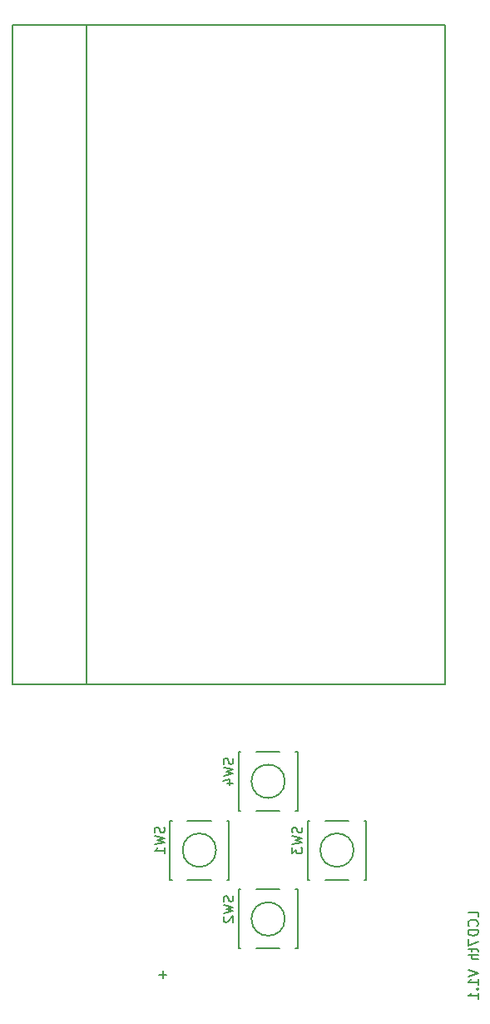
<source format=gbr>
G04 #@! TF.FileFunction,Legend,Bot*
%FSLAX45Y45*%
G04 Gerber Fmt 4.5, Leading zero omitted, Abs format (unit mm)*
G04 Created by KiCad (PCBNEW 4.0.5+dfsg1-4) date Sat Jun 24 23:26:37 2017*
%MOMM*%
%LPD*%
G01*
G04 APERTURE LIST*
%ADD10C,0.100000*%
%ADD11C,0.150000*%
%ADD12C,0.200000*%
G04 APERTURE END LIST*
D10*
D11*
X8735238Y-13069524D02*
X8735238Y-13021905D01*
X8635238Y-13021905D01*
X8725714Y-13160000D02*
X8730476Y-13155238D01*
X8735238Y-13140952D01*
X8735238Y-13131429D01*
X8730476Y-13117143D01*
X8720952Y-13107619D01*
X8711429Y-13102857D01*
X8692381Y-13098095D01*
X8678095Y-13098095D01*
X8659048Y-13102857D01*
X8649524Y-13107619D01*
X8640000Y-13117143D01*
X8635238Y-13131429D01*
X8635238Y-13140952D01*
X8640000Y-13155238D01*
X8644762Y-13160000D01*
X8735238Y-13202857D02*
X8635238Y-13202857D01*
X8635238Y-13226667D01*
X8640000Y-13240952D01*
X8649524Y-13250476D01*
X8659048Y-13255238D01*
X8678095Y-13260000D01*
X8692381Y-13260000D01*
X8711429Y-13255238D01*
X8720952Y-13250476D01*
X8730476Y-13240952D01*
X8735238Y-13226667D01*
X8735238Y-13202857D01*
X8635238Y-13293333D02*
X8635238Y-13360000D01*
X8735238Y-13317143D01*
X8668571Y-13383809D02*
X8668571Y-13421905D01*
X8635238Y-13398095D02*
X8720952Y-13398095D01*
X8730476Y-13402857D01*
X8735238Y-13412381D01*
X8735238Y-13421905D01*
X8735238Y-13455238D02*
X8635238Y-13455238D01*
X8735238Y-13498095D02*
X8682857Y-13498095D01*
X8673333Y-13493333D01*
X8668571Y-13483810D01*
X8668571Y-13469524D01*
X8673333Y-13460000D01*
X8678095Y-13455238D01*
X8635238Y-13607619D02*
X8735238Y-13640952D01*
X8635238Y-13674286D01*
X8735238Y-13760000D02*
X8735238Y-13702857D01*
X8735238Y-13731429D02*
X8635238Y-13731429D01*
X8649524Y-13721905D01*
X8659048Y-13712381D01*
X8663810Y-13702857D01*
X8725714Y-13802857D02*
X8730476Y-13807619D01*
X8735238Y-13802857D01*
X8730476Y-13798095D01*
X8725714Y-13802857D01*
X8735238Y-13802857D01*
X8735238Y-13902857D02*
X8735238Y-13845714D01*
X8735238Y-13874286D02*
X8635238Y-13874286D01*
X8649524Y-13864762D01*
X8659048Y-13855238D01*
X8663810Y-13845714D01*
X5568095Y-13657143D02*
X5491905Y-13657143D01*
X5530000Y-13695238D02*
X5530000Y-13619048D01*
D12*
X4750000Y-4000000D02*
X4750000Y-10700000D01*
X4000000Y-10700000D02*
X4000000Y-4000000D01*
X4400000Y-10700000D02*
X4000000Y-10700000D01*
X8400000Y-10700000D02*
X4400000Y-10700000D01*
X8400000Y-4000000D02*
X8400000Y-10700000D01*
X4000000Y-4000000D02*
X8400000Y-4000000D01*
D11*
X5600000Y-12690000D02*
X5620000Y-12690000D01*
X6200000Y-12690000D02*
X6180000Y-12690000D01*
X6200000Y-12090000D02*
X6180000Y-12090000D01*
X5600000Y-12090000D02*
X5620000Y-12090000D01*
X5780000Y-12090000D02*
X6020000Y-12090000D01*
X5780000Y-12690000D02*
X6020000Y-12690000D01*
X5600000Y-12690000D02*
X5600000Y-12090000D01*
X6200000Y-12090000D02*
X6200000Y-12690000D01*
X6070000Y-12390000D02*
G75*
G03X6070000Y-12390000I-170000J0D01*
G01*
X6300000Y-13390000D02*
X6320000Y-13390000D01*
X6900000Y-13390000D02*
X6880000Y-13390000D01*
X6900000Y-12790000D02*
X6880000Y-12790000D01*
X6300000Y-12790000D02*
X6320000Y-12790000D01*
X6480000Y-12790000D02*
X6720000Y-12790000D01*
X6480000Y-13390000D02*
X6720000Y-13390000D01*
X6300000Y-13390000D02*
X6300000Y-12790000D01*
X6900000Y-12790000D02*
X6900000Y-13390000D01*
X6770000Y-13090000D02*
G75*
G03X6770000Y-13090000I-170000J0D01*
G01*
X7000000Y-12690000D02*
X7020000Y-12690000D01*
X7600000Y-12690000D02*
X7580000Y-12690000D01*
X7600000Y-12090000D02*
X7580000Y-12090000D01*
X7000000Y-12090000D02*
X7020000Y-12090000D01*
X7180000Y-12090000D02*
X7420000Y-12090000D01*
X7180000Y-12690000D02*
X7420000Y-12690000D01*
X7000000Y-12690000D02*
X7000000Y-12090000D01*
X7600000Y-12090000D02*
X7600000Y-12690000D01*
X7470000Y-12390000D02*
G75*
G03X7470000Y-12390000I-170000J0D01*
G01*
X6300000Y-11990000D02*
X6320000Y-11990000D01*
X6900000Y-11990000D02*
X6880000Y-11990000D01*
X6900000Y-11390000D02*
X6880000Y-11390000D01*
X6300000Y-11390000D02*
X6320000Y-11390000D01*
X6480000Y-11390000D02*
X6720000Y-11390000D01*
X6480000Y-11990000D02*
X6720000Y-11990000D01*
X6300000Y-11990000D02*
X6300000Y-11390000D01*
X6900000Y-11390000D02*
X6900000Y-11990000D01*
X6770000Y-11690000D02*
G75*
G03X6770000Y-11690000I-170000J0D01*
G01*
X5540476Y-12156667D02*
X5545238Y-12170952D01*
X5545238Y-12194762D01*
X5540476Y-12204286D01*
X5535714Y-12209048D01*
X5526191Y-12213810D01*
X5516667Y-12213810D01*
X5507143Y-12209048D01*
X5502381Y-12204286D01*
X5497619Y-12194762D01*
X5492857Y-12175714D01*
X5488095Y-12166190D01*
X5483333Y-12161429D01*
X5473810Y-12156667D01*
X5464286Y-12156667D01*
X5454762Y-12161429D01*
X5450000Y-12166190D01*
X5445238Y-12175714D01*
X5445238Y-12199524D01*
X5450000Y-12213810D01*
X5445238Y-12247143D02*
X5545238Y-12270952D01*
X5473810Y-12290000D01*
X5545238Y-12309048D01*
X5445238Y-12332857D01*
X5545238Y-12423333D02*
X5545238Y-12366190D01*
X5545238Y-12394762D02*
X5445238Y-12394762D01*
X5459524Y-12385238D01*
X5469048Y-12375714D01*
X5473810Y-12366190D01*
X6240476Y-12856667D02*
X6245238Y-12870952D01*
X6245238Y-12894762D01*
X6240476Y-12904286D01*
X6235714Y-12909048D01*
X6226190Y-12913810D01*
X6216667Y-12913810D01*
X6207143Y-12909048D01*
X6202381Y-12904286D01*
X6197619Y-12894762D01*
X6192857Y-12875714D01*
X6188095Y-12866190D01*
X6183333Y-12861429D01*
X6173809Y-12856667D01*
X6164286Y-12856667D01*
X6154762Y-12861429D01*
X6150000Y-12866190D01*
X6145238Y-12875714D01*
X6145238Y-12899524D01*
X6150000Y-12913810D01*
X6145238Y-12947143D02*
X6245238Y-12970952D01*
X6173809Y-12990000D01*
X6245238Y-13009048D01*
X6145238Y-13032857D01*
X6154762Y-13066190D02*
X6150000Y-13070952D01*
X6145238Y-13080476D01*
X6145238Y-13104286D01*
X6150000Y-13113810D01*
X6154762Y-13118571D01*
X6164286Y-13123333D01*
X6173809Y-13123333D01*
X6188095Y-13118571D01*
X6245238Y-13061429D01*
X6245238Y-13123333D01*
X6940476Y-12156667D02*
X6945238Y-12170952D01*
X6945238Y-12194762D01*
X6940476Y-12204286D01*
X6935714Y-12209048D01*
X6926190Y-12213810D01*
X6916667Y-12213810D01*
X6907143Y-12209048D01*
X6902381Y-12204286D01*
X6897619Y-12194762D01*
X6892857Y-12175714D01*
X6888095Y-12166190D01*
X6883333Y-12161429D01*
X6873809Y-12156667D01*
X6864286Y-12156667D01*
X6854762Y-12161429D01*
X6850000Y-12166190D01*
X6845238Y-12175714D01*
X6845238Y-12199524D01*
X6850000Y-12213810D01*
X6845238Y-12247143D02*
X6945238Y-12270952D01*
X6873809Y-12290000D01*
X6945238Y-12309048D01*
X6845238Y-12332857D01*
X6845238Y-12361429D02*
X6845238Y-12423333D01*
X6883333Y-12390000D01*
X6883333Y-12404286D01*
X6888095Y-12413810D01*
X6892857Y-12418571D01*
X6902381Y-12423333D01*
X6926190Y-12423333D01*
X6935714Y-12418571D01*
X6940476Y-12413810D01*
X6945238Y-12404286D01*
X6945238Y-12375714D01*
X6940476Y-12366190D01*
X6935714Y-12361429D01*
X6240476Y-11456667D02*
X6245238Y-11470952D01*
X6245238Y-11494762D01*
X6240476Y-11504286D01*
X6235714Y-11509048D01*
X6226190Y-11513810D01*
X6216667Y-11513810D01*
X6207143Y-11509048D01*
X6202381Y-11504286D01*
X6197619Y-11494762D01*
X6192857Y-11475714D01*
X6188095Y-11466190D01*
X6183333Y-11461429D01*
X6173809Y-11456667D01*
X6164286Y-11456667D01*
X6154762Y-11461429D01*
X6150000Y-11466190D01*
X6145238Y-11475714D01*
X6145238Y-11499524D01*
X6150000Y-11513810D01*
X6145238Y-11547143D02*
X6245238Y-11570952D01*
X6173809Y-11590000D01*
X6245238Y-11609048D01*
X6145238Y-11632857D01*
X6178571Y-11713810D02*
X6245238Y-11713810D01*
X6140476Y-11690000D02*
X6211905Y-11666190D01*
X6211905Y-11728095D01*
M02*

</source>
